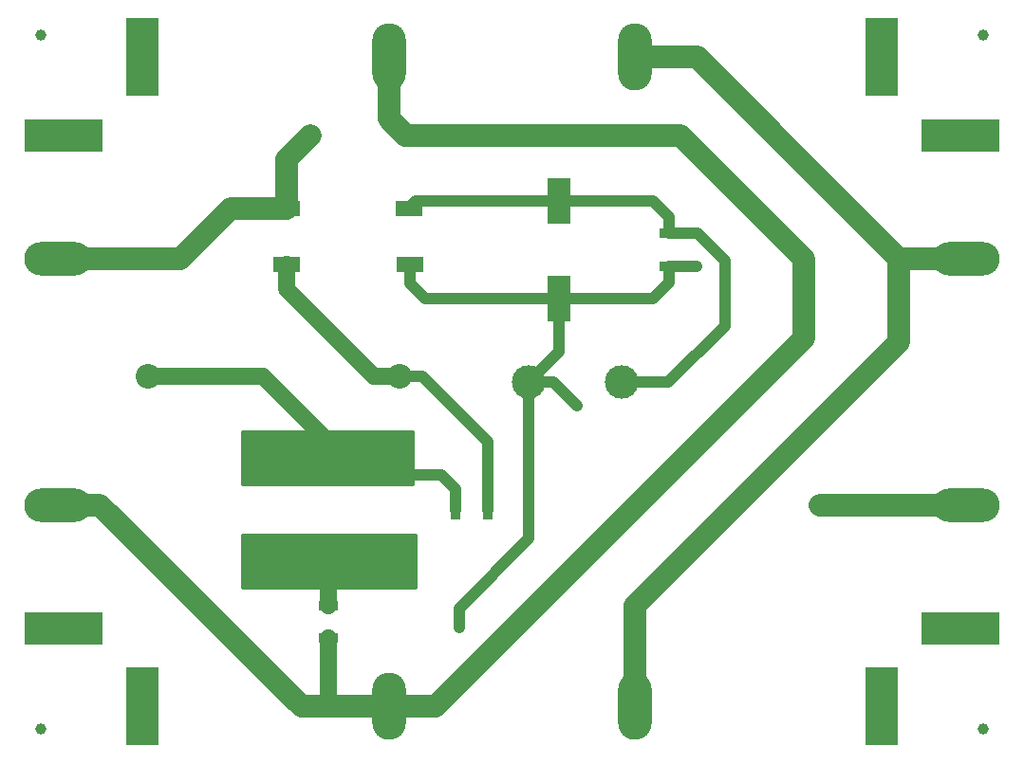
<source format=gtl>
G04 #@! TF.FileFunction,Copper,L1,Top,Signal*
%FSLAX46Y46*%
G04 Gerber Fmt 4.6, Leading zero omitted, Abs format (unit mm)*
G04 Created by KiCad (PCBNEW 4.0.1-stable) date 9.10.2016. 16:00:34*
%MOMM*%
G01*
G04 APERTURE LIST*
%ADD10C,0.100000*%
%ADD11R,0.900000X1.700000*%
%ADD12R,3.200000X1.000000*%
%ADD13O,6.000000X3.000000*%
%ADD14O,3.000000X6.000000*%
%ADD15R,7.000000X3.000000*%
%ADD16R,3.000000X7.000000*%
%ADD17C,1.000000*%
%ADD18C,2.200000*%
%ADD19R,2.400000X1.400000*%
%ADD20R,1.700000X0.900000*%
%ADD21C,3.000000*%
%ADD22R,2.000000X4.100000*%
%ADD23C,1.500000*%
%ADD24C,0.600000*%
%ADD25C,1.000000*%
%ADD26C,1.500000*%
%ADD27C,2.000000*%
%ADD28C,0.254000*%
G04 APERTURE END LIST*
D10*
D11*
X141850000Y-98400000D03*
X138950000Y-98400000D03*
D12*
X122100000Y-95300000D03*
X122100000Y-101500000D03*
D13*
X184500000Y-98000000D03*
X103500000Y-76000000D03*
X103500000Y-98000000D03*
X184500000Y-76000000D03*
D14*
X133000000Y-58000000D03*
X155000000Y-58000000D03*
X133000000Y-116000000D03*
X155000000Y-116000000D03*
D15*
X104000000Y-65000000D03*
X104000000Y-109000000D03*
X184000000Y-65000000D03*
X184000000Y-109000000D03*
D16*
X111000000Y-58000000D03*
X177000000Y-58000000D03*
X111000000Y-116000000D03*
X177000000Y-116000000D03*
D17*
X102000000Y-118000000D03*
X186000000Y-118000000D03*
X186000000Y-56000000D03*
X102000000Y-56000000D03*
D18*
X134000000Y-86500000D03*
X111500000Y-86500000D03*
D19*
X134900000Y-76500000D03*
X134800000Y-71500000D03*
X123900000Y-76500000D03*
X123900000Y-71500000D03*
D20*
X127600000Y-109850000D03*
X127600000Y-106950000D03*
D12*
X132900000Y-95300000D03*
X132900000Y-101500000D03*
D20*
X158000000Y-73750000D03*
X158000000Y-76650000D03*
D21*
X145500000Y-87000000D03*
X153800000Y-87000000D03*
D22*
X148200000Y-70850000D03*
X148200000Y-79550000D03*
D23*
X155149760Y-98000000D03*
X171500000Y-98000000D03*
D24*
X139300000Y-108900000D03*
X160500000Y-76700000D03*
X149800000Y-89100000D03*
X162975000Y-77500000D03*
D23*
X167525000Y-65000000D03*
X126000000Y-65000000D03*
D25*
X134000000Y-86500000D02*
X136000000Y-86500000D01*
X141850000Y-92350000D02*
X141850000Y-98400000D01*
X136000000Y-86500000D02*
X141850000Y-92350000D01*
D26*
X123900000Y-76500000D02*
X123900000Y-78700000D01*
X123900000Y-78700000D02*
X131700000Y-86500000D01*
X131700000Y-86500000D02*
X132444366Y-86500000D01*
X132444366Y-86500000D02*
X134000000Y-86500000D01*
D27*
X137149760Y-116000000D02*
X155149760Y-98000000D01*
X155149760Y-98000000D02*
X170000000Y-83149760D01*
X133000000Y-116000000D02*
X137149760Y-116000000D01*
X170000000Y-83149760D02*
X170000000Y-76000000D01*
X103500000Y-98000000D02*
X107250000Y-98000000D01*
X107250000Y-98000000D02*
X125250000Y-116000000D01*
X125250000Y-116000000D02*
X127700000Y-116000000D01*
X127700000Y-116000000D02*
X129500000Y-116000000D01*
D26*
X127600000Y-109850000D02*
X127600000Y-115900000D01*
D27*
X127600000Y-115900000D02*
X127700000Y-116000000D01*
X129500000Y-116000000D02*
X133000000Y-116000000D01*
X103500000Y-98000000D02*
X105000000Y-98000000D01*
X133000000Y-63500000D02*
X133000000Y-58000000D01*
X134500000Y-65000000D02*
X133000000Y-63500000D01*
X159000000Y-65000000D02*
X134500000Y-65000000D01*
X170000000Y-76000000D02*
X159000000Y-65000000D01*
X171500000Y-98000000D02*
X184500000Y-98000000D01*
X133000000Y-58000000D02*
X133000000Y-59500000D01*
D25*
X145500000Y-87000000D02*
X145500000Y-101000000D01*
X145500000Y-101000000D02*
X139300000Y-107200000D01*
X139300000Y-107200000D02*
X139300000Y-108900000D01*
X158000000Y-76650000D02*
X160450000Y-76650000D01*
X160450000Y-76650000D02*
X160500000Y-76700000D01*
X145500000Y-87000000D02*
X147700000Y-87000000D01*
X147700000Y-87000000D02*
X149800000Y-89100000D01*
X148200000Y-79550000D02*
X148200000Y-84300000D01*
X148200000Y-84300000D02*
X145500000Y-87000000D01*
X148200000Y-79550000D02*
X156550000Y-79550000D01*
X156550000Y-79550000D02*
X158000000Y-78100000D01*
X158000000Y-78100000D02*
X158000000Y-76650000D01*
X148200000Y-79550000D02*
X136250000Y-79550000D01*
X136250000Y-79550000D02*
X134900000Y-78200000D01*
X134900000Y-78200000D02*
X134900000Y-76500000D01*
X162975000Y-77500000D02*
X162975000Y-81975000D01*
X162975000Y-76175000D02*
X162975000Y-77500000D01*
X158000000Y-73750000D02*
X160550000Y-73750000D01*
X157950000Y-87000000D02*
X153800000Y-87000000D01*
X160550000Y-73750000D02*
X162975000Y-76175000D01*
X162975000Y-81975000D02*
X157950000Y-87000000D01*
X148200000Y-70850000D02*
X135450000Y-70850000D01*
X135450000Y-70850000D02*
X134800000Y-71500000D01*
X158000000Y-72300000D02*
X158000000Y-73750000D01*
X148200000Y-70850000D02*
X156550000Y-70850000D01*
X156550000Y-70850000D02*
X158000000Y-72300000D01*
D27*
X155000000Y-116000000D02*
X155000000Y-107000000D01*
X155000000Y-107000000D02*
X178525000Y-83475000D01*
X178525000Y-83475000D02*
X178525000Y-76000000D01*
X160525000Y-58000000D02*
X167525000Y-65000000D01*
X167525000Y-65000000D02*
X178525000Y-76000000D01*
X123900000Y-71500000D02*
X123900000Y-67100000D01*
X123900000Y-67100000D02*
X126000000Y-65000000D01*
X155000000Y-58000000D02*
X160525000Y-58000000D01*
X178525000Y-76000000D02*
X180000000Y-76000000D01*
X180000000Y-76000000D02*
X184500000Y-76000000D01*
X114425000Y-76000000D02*
X118925000Y-71500000D01*
X118925000Y-71500000D02*
X123900000Y-71500000D01*
X103500000Y-76000000D02*
X114425000Y-76000000D01*
D25*
X138950000Y-98400000D02*
X138950000Y-96550000D01*
X138950000Y-96550000D02*
X137700000Y-95300000D01*
X137700000Y-95300000D02*
X132900000Y-95300000D01*
D26*
X111500000Y-86500000D02*
X121750000Y-86500000D01*
D25*
X127200000Y-91950000D02*
X127200000Y-95300000D01*
D26*
X121750000Y-86500000D02*
X127200000Y-91950000D01*
D25*
X127200000Y-95300000D02*
X122100000Y-95300000D01*
X127200000Y-95300000D02*
X132900000Y-95300000D01*
D26*
X127600000Y-106950000D02*
X127600000Y-101900000D01*
X127600000Y-101900000D02*
X127200000Y-101500000D01*
X122100000Y-101500000D02*
X127200000Y-101500000D01*
X127200000Y-101500000D02*
X132900000Y-101500000D01*
D28*
G36*
X135123000Y-96123000D02*
X119877000Y-96123000D01*
X119877000Y-91377000D01*
X135123000Y-91377000D01*
X135123000Y-96123000D01*
X135123000Y-96123000D01*
G37*
X135123000Y-96123000D02*
X119877000Y-96123000D01*
X119877000Y-91377000D01*
X135123000Y-91377000D01*
X135123000Y-96123000D01*
G36*
X135373000Y-105373000D02*
X119877000Y-105373000D01*
X119877000Y-100627000D01*
X135373000Y-100627000D01*
X135373000Y-105373000D01*
X135373000Y-105373000D01*
G37*
X135373000Y-105373000D02*
X119877000Y-105373000D01*
X119877000Y-100627000D01*
X135373000Y-100627000D01*
X135373000Y-105373000D01*
M02*

</source>
